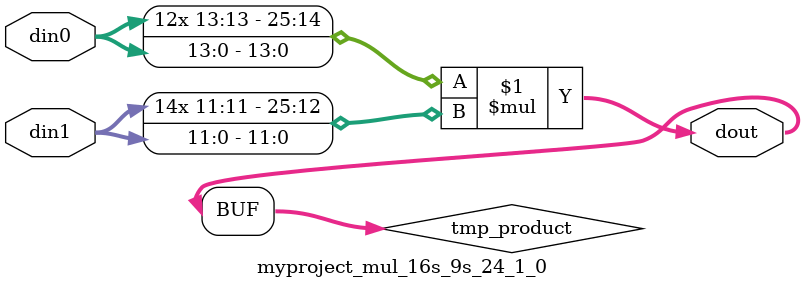
<source format=v>

`timescale 1 ns / 1 ps

  module myproject_mul_16s_9s_24_1_0(din0, din1, dout);
parameter ID = 1;
parameter NUM_STAGE = 0;
parameter din0_WIDTH = 14;
parameter din1_WIDTH = 12;
parameter dout_WIDTH = 26;

input [din0_WIDTH - 1 : 0] din0; 
input [din1_WIDTH - 1 : 0] din1; 
output [dout_WIDTH - 1 : 0] dout;

wire signed [dout_WIDTH - 1 : 0] tmp_product;













assign tmp_product = $signed(din0) * $signed(din1);








assign dout = tmp_product;







endmodule

</source>
